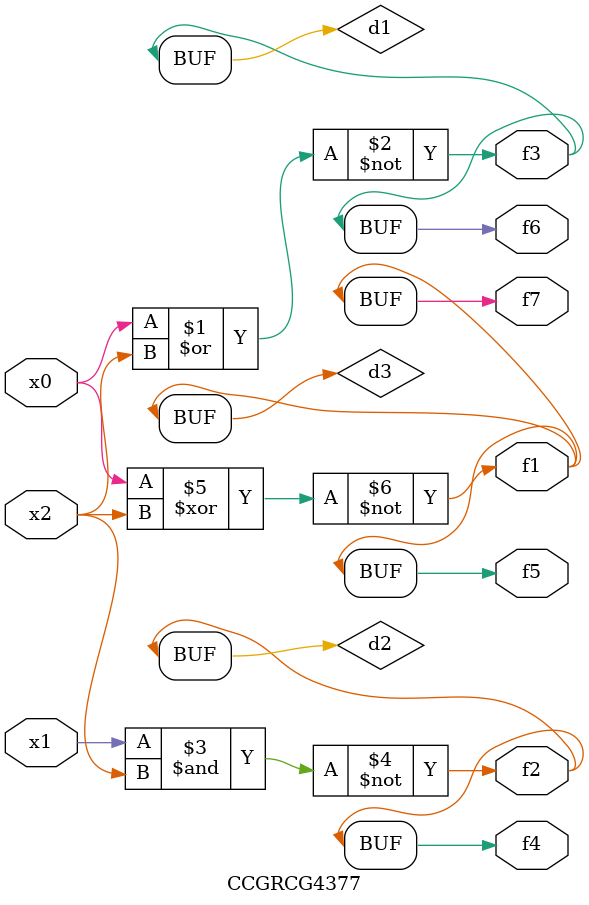
<source format=v>
module CCGRCG4377(
	input x0, x1, x2,
	output f1, f2, f3, f4, f5, f6, f7
);

	wire d1, d2, d3;

	nor (d1, x0, x2);
	nand (d2, x1, x2);
	xnor (d3, x0, x2);
	assign f1 = d3;
	assign f2 = d2;
	assign f3 = d1;
	assign f4 = d2;
	assign f5 = d3;
	assign f6 = d1;
	assign f7 = d3;
endmodule

</source>
